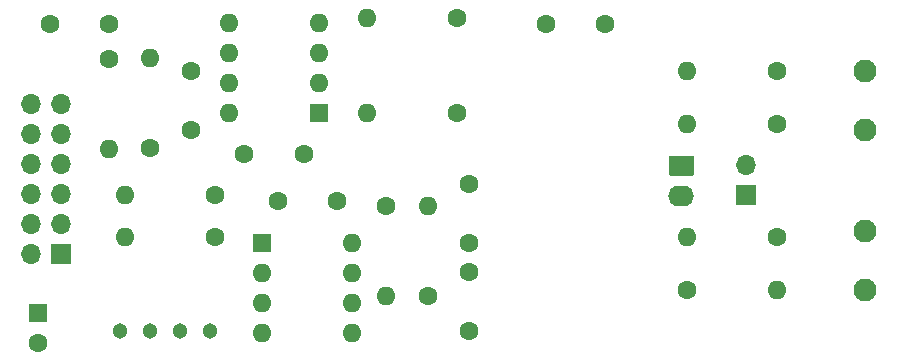
<source format=gbr>
G04 #@! TF.GenerationSoftware,KiCad,Pcbnew,5.1.5+dfsg1-2build2*
G04 #@! TF.CreationDate,2021-08-02T08:46:37-04:00*
G04 #@! TF.ProjectId,pmod_1553,706d6f64-5f31-4353-9533-2e6b69636164,rev?*
G04 #@! TF.SameCoordinates,Original*
G04 #@! TF.FileFunction,Copper,L1,Top*
G04 #@! TF.FilePolarity,Positive*
%FSLAX46Y46*%
G04 Gerber Fmt 4.6, Leading zero omitted, Abs format (unit mm)*
G04 Created by KiCad (PCBNEW 5.1.5+dfsg1-2build2) date 2021-08-02 08:46:37*
%MOMM*%
%LPD*%
G04 APERTURE LIST*
%ADD10C,1.600000*%
%ADD11O,1.700000X1.700000*%
%ADD12R,1.700000X1.700000*%
%ADD13O,2.200000X1.740000*%
%ADD14C,0.100000*%
%ADD15O,1.600000X1.600000*%
%ADD16C,1.303000*%
%ADD17R,1.600000X1.600000*%
%ADD18C,1.950000*%
G04 APERTURE END LIST*
D10*
X120500000Y-88000000D03*
X120500000Y-83000000D03*
X113500000Y-79000000D03*
X108500000Y-79000000D03*
D11*
X167500000Y-90960000D03*
D12*
X167500000Y-93500000D03*
D13*
X162000000Y-93540000D03*
G04 #@! TA.AperFunction,ComponentPad*
D14*
G36*
X162874505Y-90131204D02*
G01*
X162898773Y-90134804D01*
X162922572Y-90140765D01*
X162945671Y-90149030D01*
X162967850Y-90159520D01*
X162988893Y-90172132D01*
X163008599Y-90186747D01*
X163026777Y-90203223D01*
X163043253Y-90221401D01*
X163057868Y-90241107D01*
X163070480Y-90262150D01*
X163080970Y-90284329D01*
X163089235Y-90307428D01*
X163095196Y-90331227D01*
X163098796Y-90355495D01*
X163100000Y-90379999D01*
X163100000Y-91620001D01*
X163098796Y-91644505D01*
X163095196Y-91668773D01*
X163089235Y-91692572D01*
X163080970Y-91715671D01*
X163070480Y-91737850D01*
X163057868Y-91758893D01*
X163043253Y-91778599D01*
X163026777Y-91796777D01*
X163008599Y-91813253D01*
X162988893Y-91827868D01*
X162967850Y-91840480D01*
X162945671Y-91850970D01*
X162922572Y-91859235D01*
X162898773Y-91865196D01*
X162874505Y-91868796D01*
X162850001Y-91870000D01*
X161149999Y-91870000D01*
X161125495Y-91868796D01*
X161101227Y-91865196D01*
X161077428Y-91859235D01*
X161054329Y-91850970D01*
X161032150Y-91840480D01*
X161011107Y-91827868D01*
X160991401Y-91813253D01*
X160973223Y-91796777D01*
X160956747Y-91778599D01*
X160942132Y-91758893D01*
X160929520Y-91737850D01*
X160919030Y-91715671D01*
X160910765Y-91692572D01*
X160904804Y-91668773D01*
X160901204Y-91644505D01*
X160900000Y-91620001D01*
X160900000Y-90379999D01*
X160901204Y-90355495D01*
X160904804Y-90331227D01*
X160910765Y-90307428D01*
X160919030Y-90284329D01*
X160929520Y-90262150D01*
X160942132Y-90241107D01*
X160956747Y-90221401D01*
X160973223Y-90203223D01*
X160991401Y-90186747D01*
X161011107Y-90172132D01*
X161032150Y-90159520D01*
X161054329Y-90149030D01*
X161077428Y-90140765D01*
X161101227Y-90134804D01*
X161125495Y-90131204D01*
X161149999Y-90130000D01*
X162850001Y-90130000D01*
X162874505Y-90131204D01*
G37*
G04 #@! TD.AperFunction*
D10*
X150500000Y-79000000D03*
X155500000Y-79000000D03*
X130000000Y-90000000D03*
X125000000Y-90000000D03*
X132800000Y-94000000D03*
X127800000Y-94000000D03*
X144000000Y-105000000D03*
X144000000Y-100000000D03*
X144000000Y-97500000D03*
X144000000Y-92500000D03*
D15*
X137000000Y-102000000D03*
D10*
X137000000Y-94380000D03*
D15*
X140500000Y-94380000D03*
D10*
X140500000Y-102000000D03*
D15*
X117000000Y-81880000D03*
D10*
X117000000Y-89500000D03*
D15*
X113500000Y-89620000D03*
D10*
X113500000Y-82000000D03*
D16*
X122120000Y-105000000D03*
X119580000Y-105000000D03*
X117040000Y-105000000D03*
X114500000Y-105000000D03*
D10*
X107500000Y-106000000D03*
D17*
X107500000Y-103500000D03*
D18*
X177500000Y-83000000D03*
X177500000Y-88000000D03*
X177500000Y-96500000D03*
X177500000Y-101500000D03*
D11*
X106960000Y-85800000D03*
X109500000Y-85800000D03*
X106960000Y-88340000D03*
X109500000Y-88340000D03*
X106960000Y-90880000D03*
X109500000Y-90880000D03*
X106960000Y-93420000D03*
X109500000Y-93420000D03*
X106960000Y-95960000D03*
X109500000Y-95960000D03*
X106960000Y-98500000D03*
D12*
X109500000Y-98500000D03*
D15*
X123680000Y-86500000D03*
X131300000Y-78880000D03*
X123680000Y-83960000D03*
X131300000Y-81420000D03*
X123680000Y-81420000D03*
X131300000Y-83960000D03*
X123680000Y-78880000D03*
D17*
X131300000Y-86500000D03*
D15*
X134120000Y-97500000D03*
X126500000Y-105120000D03*
X134120000Y-100040000D03*
X126500000Y-102580000D03*
X134120000Y-102580000D03*
X126500000Y-100040000D03*
X134120000Y-105120000D03*
D17*
X126500000Y-97500000D03*
D15*
X162500000Y-87500000D03*
D10*
X170120000Y-87500000D03*
D15*
X162500000Y-83000000D03*
D10*
X170120000Y-83000000D03*
D15*
X170120000Y-101500000D03*
D10*
X162500000Y-101500000D03*
D15*
X162500000Y-97000000D03*
D10*
X170120000Y-97000000D03*
D15*
X135380000Y-86500000D03*
D10*
X143000000Y-86500000D03*
D15*
X135380000Y-78500000D03*
D10*
X143000000Y-78500000D03*
D15*
X114880000Y-93500000D03*
D10*
X122500000Y-93500000D03*
D15*
X114880000Y-97000000D03*
D10*
X122500000Y-97000000D03*
M02*

</source>
